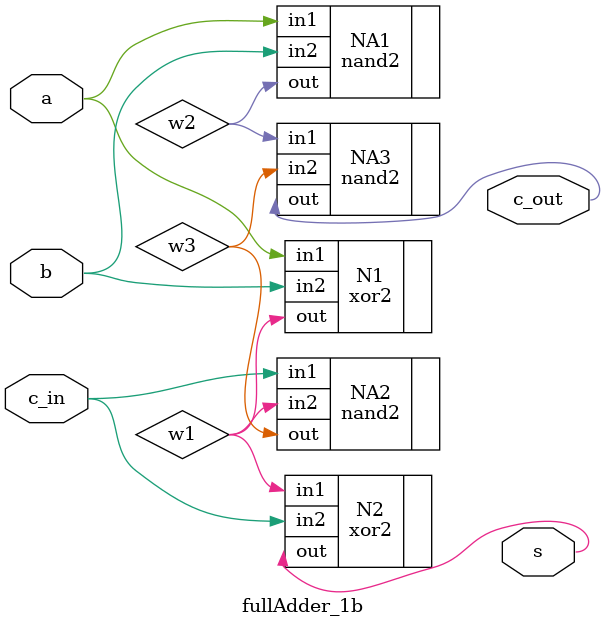
<source format=v>
/*
    CS/ECE 552 FALL '22
    Homework #2, Problem 1
    
    a 1-bit full adder
*/
module fullAdder_1b( a, b, c_in, s, c_out);
     	input  a, b;
      input  c_in;
	output s;
      output c_out;

    wire w1, w2, w3;

     xor2 N1( .in1(a), .in2(b), .out(w1));
     xor2 N2( .in1(w1), .in2(c_in), .out(s));
     nand2 NA1( .in1(a), .in2(b), .out(w2));
     nand2 NA2( .in1(c_in), .in2(w1), .out(w3));
     nand2 NA3( .in1(w2), .in2(w3), .out(c_out));

endmodule

</source>
